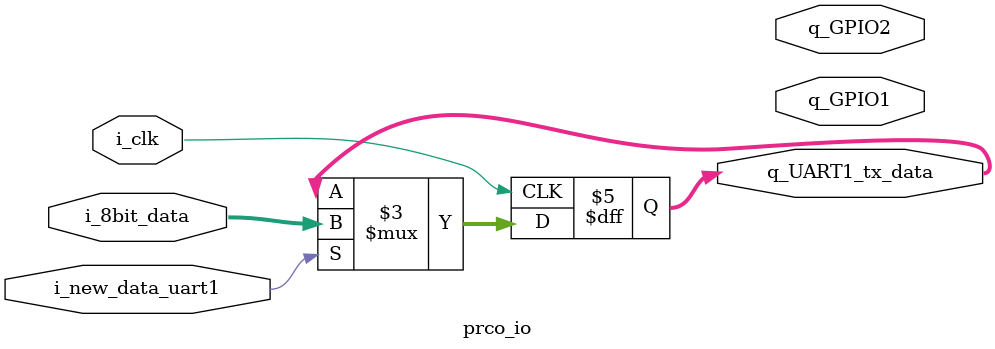
<source format=v>
/*

*/

module prco_io (
    input i_clk,

    input i_new_data_uart1,
    input [7:0]     i_8bit_data,

    output reg [7:0] q_UART1_tx_data,

    output reg q_GPIO1,
    output reg q_GPIO2
    );

    initial begin
        q_UART1_tx_data <= 8'h0;
    end

    always @(posedge i_clk) begin
        if(i_new_data_uart1) begin
            $display("New data on input: %h", i_8bit_data);
            q_UART1_tx_data <= i_8bit_data;
        end
    end

endmodule
</source>
